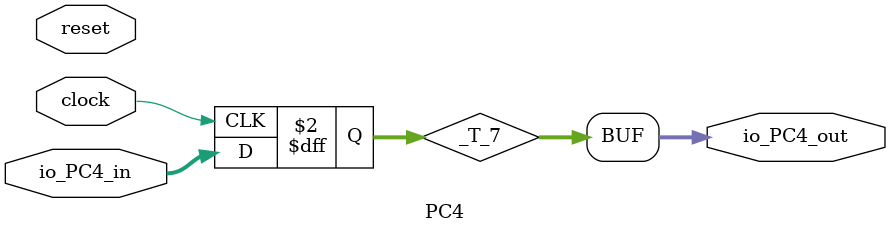
<source format=v>
`ifdef RANDOMIZE_GARBAGE_ASSIGN
`define RANDOMIZE
`endif
`ifdef RANDOMIZE_INVALID_ASSIGN
`define RANDOMIZE
`endif
`ifdef RANDOMIZE_REG_INIT
`define RANDOMIZE
`endif
`ifdef RANDOMIZE_MEM_INIT
`define RANDOMIZE
`endif

module PC4(
  input         clock,
  input         reset,
  input  [31:0] io_PC4_in,
  output [31:0] io_PC4_out
);
  reg [31:0] _T_7;
  reg [31:0] _GEN_0;
  assign io_PC4_out = _T_7;
`ifdef RANDOMIZE
  integer initvar;
  initial begin
    `ifndef verilator
      #0.002 begin end
    `endif
  `ifdef RANDOMIZE_REG_INIT
  _GEN_0 = {1{$random}};
  _T_7 = _GEN_0[31:0];
  `endif
  end
`endif
  always @(posedge clock) begin
    _T_7 <= io_PC4_in;
  end
endmodule

</source>
